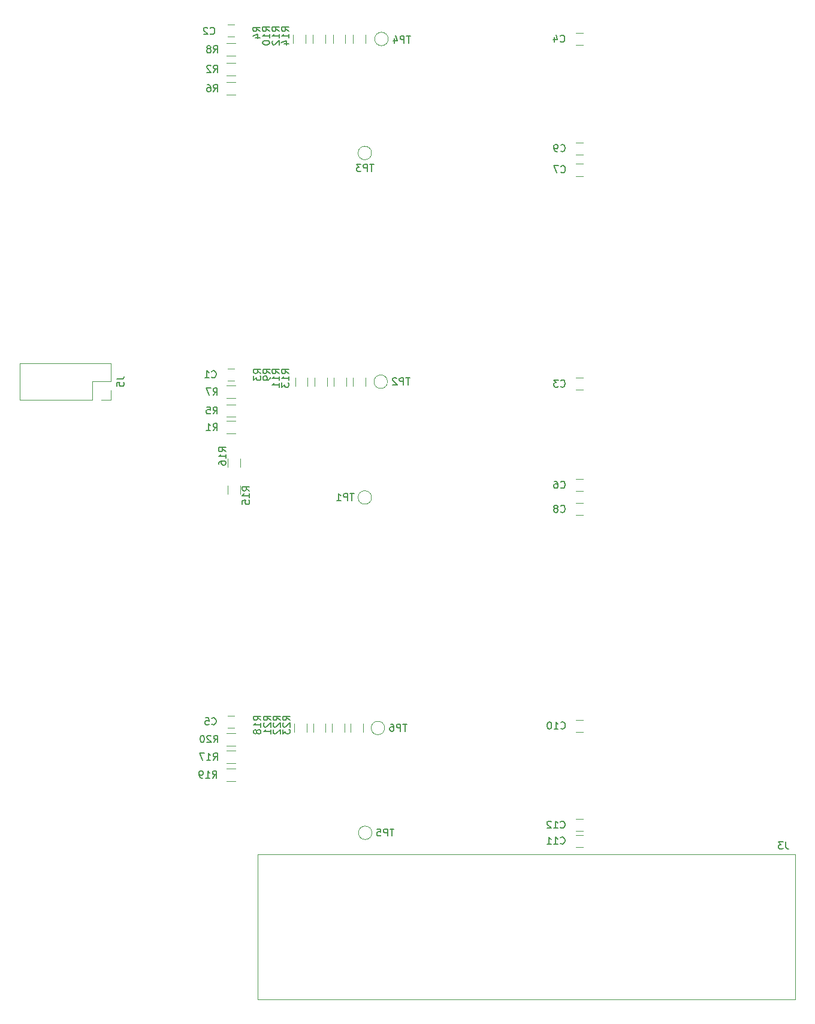
<source format=gbr>
%TF.GenerationSoftware,KiCad,Pcbnew,(5.1.5)-3*%
%TF.CreationDate,2021-10-03T16:15:59+02:00*%
%TF.ProjectId,Backplane PSU,4261636b-706c-4616-9e65-205053552e6b,rev?*%
%TF.SameCoordinates,PX68e7780PYb532b80*%
%TF.FileFunction,Legend,Bot*%
%TF.FilePolarity,Positive*%
%FSLAX46Y46*%
G04 Gerber Fmt 4.6, Leading zero omitted, Abs format (unit mm)*
G04 Created by KiCad (PCBNEW (5.1.5)-3) date 2021-10-03 16:15:59*
%MOMM*%
%LPD*%
G04 APERTURE LIST*
%ADD10C,0.120000*%
%ADD11C,0.075000*%
%ADD12C,0.150000*%
G04 APERTURE END LIST*
D10*
%TO.C,C1*%
X23750000Y77775000D02*
X22750000Y77775000D01*
X22750000Y79475000D02*
X23750000Y79475000D01*
%TO.C,C2*%
X23750000Y126300000D02*
X22750000Y126300000D01*
X22750000Y128000000D02*
X23750000Y128000000D01*
%TO.C,C5*%
X22750000Y30450000D02*
X23750000Y30450000D01*
X23750000Y28750000D02*
X22750000Y28750000D01*
%TO.C,R1*%
X23850000Y72030000D02*
X22650000Y72030000D01*
X22650000Y70270000D02*
X23850000Y70270000D01*
%TO.C,R2*%
X22650000Y120870000D02*
X23850000Y120870000D01*
X23850000Y122630000D02*
X22650000Y122630000D01*
%TO.C,R3*%
X34080000Y77000000D02*
X34080000Y78200000D01*
X32320000Y78200000D02*
X32320000Y77000000D01*
%TO.C,R4*%
X33780000Y125400000D02*
X33780000Y126600000D01*
X32020000Y126600000D02*
X32020000Y125400000D01*
%TO.C,R5*%
X23850000Y74380000D02*
X22650000Y74380000D01*
X22650000Y72620000D02*
X23850000Y72620000D01*
%TO.C,R6*%
X22650000Y118120000D02*
X23850000Y118120000D01*
X23850000Y119880000D02*
X22650000Y119880000D01*
%TO.C,R7*%
X22650000Y75270000D02*
X23850000Y75270000D01*
X23850000Y77030000D02*
X22650000Y77030000D01*
%TO.C,R8*%
X23850000Y125380000D02*
X22650000Y125380000D01*
X22650000Y123620000D02*
X23850000Y123620000D01*
%TO.C,R9*%
X35036250Y78200000D02*
X35036250Y77000000D01*
X36796250Y77000000D02*
X36796250Y78200000D01*
%TO.C,R10*%
X34836250Y126600000D02*
X34836250Y125400000D01*
X36596250Y125400000D02*
X36596250Y126600000D01*
%TO.C,R11*%
X39512500Y77000000D02*
X39512500Y78200000D01*
X37752500Y78200000D02*
X37752500Y77000000D01*
%TO.C,R12*%
X39412500Y125400000D02*
X39412500Y126600000D01*
X37652500Y126600000D02*
X37652500Y125400000D01*
%TO.C,R13*%
X40468750Y78200000D02*
X40468750Y77000000D01*
X42228750Y77000000D02*
X42228750Y78200000D01*
%TO.C,R14*%
X40468750Y126600000D02*
X40468750Y125400000D01*
X42228750Y125400000D02*
X42228750Y126600000D01*
%TO.C,R15*%
X22820000Y62950000D02*
X22820000Y61750000D01*
X24580000Y61750000D02*
X24580000Y62950000D01*
%TO.C,R16*%
X22820000Y66750000D02*
X22820000Y65550000D01*
X24580000Y65550000D02*
X24580000Y66750000D01*
%TO.C,R17*%
X23850000Y25480000D02*
X22650000Y25480000D01*
X22650000Y23720000D02*
X23850000Y23720000D01*
%TO.C,R18*%
X32220000Y29300000D02*
X32220000Y28100000D01*
X33980000Y28100000D02*
X33980000Y29300000D01*
%TO.C,R19*%
X23850000Y22980000D02*
X22650000Y22980000D01*
X22650000Y21220000D02*
X23850000Y21220000D01*
%TO.C,R20*%
X22650000Y26220000D02*
X23850000Y26220000D01*
X23850000Y27980000D02*
X22650000Y27980000D01*
%TO.C,R21*%
X36621250Y28100000D02*
X36621250Y29300000D01*
X34861250Y29300000D02*
X34861250Y28100000D01*
%TO.C,R22*%
X37502500Y29300000D02*
X37502500Y28100000D01*
X39262500Y28100000D02*
X39262500Y29300000D01*
%TO.C,R23*%
X41903750Y28100000D02*
X41903750Y29300000D01*
X40143750Y29300000D02*
X40143750Y28100000D01*
%TO.C,TP1*%
X43100000Y61250000D02*
G75*
G03X43100000Y61250000I-950000J0D01*
G01*
%TO.C,TP2*%
X45350000Y77600000D02*
G75*
G03X45350000Y77600000I-950000J0D01*
G01*
%TO.C,TP3*%
X43100000Y109900000D02*
G75*
G03X43100000Y109900000I-950000J0D01*
G01*
%TO.C,TP4*%
X45450000Y126000000D02*
G75*
G03X45450000Y126000000I-950000J0D01*
G01*
%TO.C,TP5*%
X43150000Y13900000D02*
G75*
G03X43150000Y13900000I-950000J0D01*
G01*
%TO.C,TP6*%
X44950000Y28700000D02*
G75*
G03X44950000Y28700000I-950000J0D01*
G01*
D11*
%TO.C,J3*%
X102975000Y10875000D02*
X102975000Y-9625000D01*
X102975000Y-9625000D02*
X27025000Y-9625000D01*
X27025000Y-9625000D02*
X27025000Y10875000D01*
X102975000Y10875000D02*
X27025000Y10875000D01*
D10*
%TO.C,J5*%
X-6590000Y75020000D02*
X-6590000Y80220000D01*
X3630000Y75020000D02*
X-6590000Y75020000D01*
X6230000Y80220000D02*
X-6590000Y80220000D01*
X3630000Y75020000D02*
X3630000Y77620000D01*
X3630000Y77620000D02*
X6230000Y77620000D01*
X6230000Y77620000D02*
X6230000Y80220000D01*
X4900000Y75020000D02*
X6230000Y75020000D01*
X6230000Y75020000D02*
X6230000Y76350000D01*
%TO.C,C3*%
X73000000Y76450000D02*
X72000000Y76450000D01*
X72000000Y78150000D02*
X73000000Y78150000D01*
%TO.C,C4*%
X73000000Y125150000D02*
X72000000Y125150000D01*
X72000000Y126850000D02*
X73000000Y126850000D01*
%TO.C,C6*%
X72000000Y63850000D02*
X73000000Y63850000D01*
X73000000Y62150000D02*
X72000000Y62150000D01*
%TO.C,C7*%
X72000000Y108350000D02*
X73000000Y108350000D01*
X73000000Y106650000D02*
X72000000Y106650000D01*
%TO.C,C8*%
X73000000Y58750000D02*
X72000000Y58750000D01*
X72000000Y60450000D02*
X73000000Y60450000D01*
%TO.C,C9*%
X72000000Y111350000D02*
X73000000Y111350000D01*
X73000000Y109650000D02*
X72000000Y109650000D01*
%TO.C,C10*%
X73000000Y28150000D02*
X72000000Y28150000D01*
X72000000Y29850000D02*
X73000000Y29850000D01*
%TO.C,C11*%
X73000000Y11900000D02*
X72000000Y11900000D01*
X72000000Y13600000D02*
X73000000Y13600000D01*
%TO.C,C12*%
X72000000Y15850000D02*
X73000000Y15850000D01*
X73000000Y14150000D02*
X72000000Y14150000D01*
%TO.C,C1*%
D12*
X20516666Y78242858D02*
X20564285Y78195239D01*
X20707142Y78147620D01*
X20802380Y78147620D01*
X20945238Y78195239D01*
X21040476Y78290477D01*
X21088095Y78385715D01*
X21135714Y78576191D01*
X21135714Y78719048D01*
X21088095Y78909524D01*
X21040476Y79004762D01*
X20945238Y79100000D01*
X20802380Y79147620D01*
X20707142Y79147620D01*
X20564285Y79100000D01*
X20516666Y79052381D01*
X19564285Y78147620D02*
X20135714Y78147620D01*
X19850000Y78147620D02*
X19850000Y79147620D01*
X19945238Y79004762D01*
X20040476Y78909524D01*
X20135714Y78861905D01*
%TO.C,C2*%
X20316666Y126742858D02*
X20364285Y126695239D01*
X20507142Y126647620D01*
X20602380Y126647620D01*
X20745238Y126695239D01*
X20840476Y126790477D01*
X20888095Y126885715D01*
X20935714Y127076191D01*
X20935714Y127219048D01*
X20888095Y127409524D01*
X20840476Y127504762D01*
X20745238Y127600000D01*
X20602380Y127647620D01*
X20507142Y127647620D01*
X20364285Y127600000D01*
X20316666Y127552381D01*
X19935714Y127552381D02*
X19888095Y127600000D01*
X19792857Y127647620D01*
X19554761Y127647620D01*
X19459523Y127600000D01*
X19411904Y127552381D01*
X19364285Y127457143D01*
X19364285Y127361905D01*
X19411904Y127219048D01*
X19983333Y126647620D01*
X19364285Y126647620D01*
%TO.C,C5*%
X20516666Y29242858D02*
X20564285Y29195239D01*
X20707142Y29147620D01*
X20802380Y29147620D01*
X20945238Y29195239D01*
X21040476Y29290477D01*
X21088095Y29385715D01*
X21135714Y29576191D01*
X21135714Y29719048D01*
X21088095Y29909524D01*
X21040476Y30004762D01*
X20945238Y30100000D01*
X20802380Y30147620D01*
X20707142Y30147620D01*
X20564285Y30100000D01*
X20516666Y30052381D01*
X19611904Y30147620D02*
X20088095Y30147620D01*
X20135714Y29671429D01*
X20088095Y29719048D01*
X19992857Y29766667D01*
X19754761Y29766667D01*
X19659523Y29719048D01*
X19611904Y29671429D01*
X19564285Y29576191D01*
X19564285Y29338096D01*
X19611904Y29242858D01*
X19659523Y29195239D01*
X19754761Y29147620D01*
X19992857Y29147620D01*
X20088095Y29195239D01*
X20135714Y29242858D01*
%TO.C,R1*%
X20716666Y70697620D02*
X21050000Y71173810D01*
X21288095Y70697620D02*
X21288095Y71697620D01*
X20907142Y71697620D01*
X20811904Y71650000D01*
X20764285Y71602381D01*
X20716666Y71507143D01*
X20716666Y71364286D01*
X20764285Y71269048D01*
X20811904Y71221429D01*
X20907142Y71173810D01*
X21288095Y71173810D01*
X19764285Y70697620D02*
X20335714Y70697620D01*
X20050000Y70697620D02*
X20050000Y71697620D01*
X20145238Y71554762D01*
X20240476Y71459524D01*
X20335714Y71411905D01*
%TO.C,R2*%
X20766666Y121297620D02*
X21100000Y121773810D01*
X21338095Y121297620D02*
X21338095Y122297620D01*
X20957142Y122297620D01*
X20861904Y122250000D01*
X20814285Y122202381D01*
X20766666Y122107143D01*
X20766666Y121964286D01*
X20814285Y121869048D01*
X20861904Y121821429D01*
X20957142Y121773810D01*
X21338095Y121773810D01*
X20385714Y122202381D02*
X20338095Y122250000D01*
X20242857Y122297620D01*
X20004761Y122297620D01*
X19909523Y122250000D01*
X19861904Y122202381D01*
X19814285Y122107143D01*
X19814285Y122011905D01*
X19861904Y121869048D01*
X20433333Y121297620D01*
X19814285Y121297620D01*
%TO.C,R3*%
X27452380Y78766667D02*
X26976190Y79100000D01*
X27452380Y79338096D02*
X26452380Y79338096D01*
X26452380Y78957143D01*
X26500000Y78861905D01*
X26547619Y78814286D01*
X26642857Y78766667D01*
X26785714Y78766667D01*
X26880952Y78814286D01*
X26928571Y78861905D01*
X26976190Y78957143D01*
X26976190Y79338096D01*
X26452380Y78433334D02*
X26452380Y77814286D01*
X26833333Y78147620D01*
X26833333Y78004762D01*
X26880952Y77909524D01*
X26928571Y77861905D01*
X27023809Y77814286D01*
X27261904Y77814286D01*
X27357142Y77861905D01*
X27404761Y77909524D01*
X27452380Y78004762D01*
X27452380Y78290477D01*
X27404761Y78385715D01*
X27357142Y78433334D01*
%TO.C,R4*%
X27352380Y127066667D02*
X26876190Y127400000D01*
X27352380Y127638096D02*
X26352380Y127638096D01*
X26352380Y127257143D01*
X26400000Y127161905D01*
X26447619Y127114286D01*
X26542857Y127066667D01*
X26685714Y127066667D01*
X26780952Y127114286D01*
X26828571Y127161905D01*
X26876190Y127257143D01*
X26876190Y127638096D01*
X26685714Y126209524D02*
X27352380Y126209524D01*
X26304761Y126447620D02*
X27019047Y126685715D01*
X27019047Y126066667D01*
%TO.C,R5*%
X20716666Y73047620D02*
X21050000Y73523810D01*
X21288095Y73047620D02*
X21288095Y74047620D01*
X20907142Y74047620D01*
X20811904Y74000000D01*
X20764285Y73952381D01*
X20716666Y73857143D01*
X20716666Y73714286D01*
X20764285Y73619048D01*
X20811904Y73571429D01*
X20907142Y73523810D01*
X21288095Y73523810D01*
X19811904Y74047620D02*
X20288095Y74047620D01*
X20335714Y73571429D01*
X20288095Y73619048D01*
X20192857Y73666667D01*
X19954761Y73666667D01*
X19859523Y73619048D01*
X19811904Y73571429D01*
X19764285Y73476191D01*
X19764285Y73238096D01*
X19811904Y73142858D01*
X19859523Y73095239D01*
X19954761Y73047620D01*
X20192857Y73047620D01*
X20288095Y73095239D01*
X20335714Y73142858D01*
%TO.C,R6*%
X20766666Y118547620D02*
X21100000Y119023810D01*
X21338095Y118547620D02*
X21338095Y119547620D01*
X20957142Y119547620D01*
X20861904Y119500000D01*
X20814285Y119452381D01*
X20766666Y119357143D01*
X20766666Y119214286D01*
X20814285Y119119048D01*
X20861904Y119071429D01*
X20957142Y119023810D01*
X21338095Y119023810D01*
X19909523Y119547620D02*
X20100000Y119547620D01*
X20195238Y119500000D01*
X20242857Y119452381D01*
X20338095Y119309524D01*
X20385714Y119119048D01*
X20385714Y118738096D01*
X20338095Y118642858D01*
X20290476Y118595239D01*
X20195238Y118547620D01*
X20004761Y118547620D01*
X19909523Y118595239D01*
X19861904Y118642858D01*
X19814285Y118738096D01*
X19814285Y118976191D01*
X19861904Y119071429D01*
X19909523Y119119048D01*
X20004761Y119166667D01*
X20195238Y119166667D01*
X20290476Y119119048D01*
X20338095Y119071429D01*
X20385714Y118976191D01*
%TO.C,R7*%
X20716666Y75697620D02*
X21050000Y76173810D01*
X21288095Y75697620D02*
X21288095Y76697620D01*
X20907142Y76697620D01*
X20811904Y76650000D01*
X20764285Y76602381D01*
X20716666Y76507143D01*
X20716666Y76364286D01*
X20764285Y76269048D01*
X20811904Y76221429D01*
X20907142Y76173810D01*
X21288095Y76173810D01*
X20383333Y76697620D02*
X19716666Y76697620D01*
X20145238Y75697620D01*
%TO.C,R8*%
X20766666Y124047620D02*
X21100000Y124523810D01*
X21338095Y124047620D02*
X21338095Y125047620D01*
X20957142Y125047620D01*
X20861904Y125000000D01*
X20814285Y124952381D01*
X20766666Y124857143D01*
X20766666Y124714286D01*
X20814285Y124619048D01*
X20861904Y124571429D01*
X20957142Y124523810D01*
X21338095Y124523810D01*
X20195238Y124619048D02*
X20290476Y124666667D01*
X20338095Y124714286D01*
X20385714Y124809524D01*
X20385714Y124857143D01*
X20338095Y124952381D01*
X20290476Y125000000D01*
X20195238Y125047620D01*
X20004761Y125047620D01*
X19909523Y125000000D01*
X19861904Y124952381D01*
X19814285Y124857143D01*
X19814285Y124809524D01*
X19861904Y124714286D01*
X19909523Y124666667D01*
X20004761Y124619048D01*
X20195238Y124619048D01*
X20290476Y124571429D01*
X20338095Y124523810D01*
X20385714Y124428572D01*
X20385714Y124238096D01*
X20338095Y124142858D01*
X20290476Y124095239D01*
X20195238Y124047620D01*
X20004761Y124047620D01*
X19909523Y124095239D01*
X19861904Y124142858D01*
X19814285Y124238096D01*
X19814285Y124428572D01*
X19861904Y124523810D01*
X19909523Y124571429D01*
X20004761Y124619048D01*
%TO.C,R9*%
X28752380Y78766667D02*
X28276190Y79100000D01*
X28752380Y79338096D02*
X27752380Y79338096D01*
X27752380Y78957143D01*
X27800000Y78861905D01*
X27847619Y78814286D01*
X27942857Y78766667D01*
X28085714Y78766667D01*
X28180952Y78814286D01*
X28228571Y78861905D01*
X28276190Y78957143D01*
X28276190Y79338096D01*
X28752380Y78290477D02*
X28752380Y78100000D01*
X28704761Y78004762D01*
X28657142Y77957143D01*
X28514285Y77861905D01*
X28323809Y77814286D01*
X27942857Y77814286D01*
X27847619Y77861905D01*
X27800000Y77909524D01*
X27752380Y78004762D01*
X27752380Y78195239D01*
X27800000Y78290477D01*
X27847619Y78338096D01*
X27942857Y78385715D01*
X28180952Y78385715D01*
X28276190Y78338096D01*
X28323809Y78290477D01*
X28371428Y78195239D01*
X28371428Y78004762D01*
X28323809Y77909524D01*
X28276190Y77861905D01*
X28180952Y77814286D01*
%TO.C,R10*%
X28702380Y127092858D02*
X28226190Y127426191D01*
X28702380Y127664286D02*
X27702380Y127664286D01*
X27702380Y127283334D01*
X27750000Y127188096D01*
X27797619Y127140477D01*
X27892857Y127092858D01*
X28035714Y127092858D01*
X28130952Y127140477D01*
X28178571Y127188096D01*
X28226190Y127283334D01*
X28226190Y127664286D01*
X28702380Y126140477D02*
X28702380Y126711905D01*
X28702380Y126426191D02*
X27702380Y126426191D01*
X27845238Y126521429D01*
X27940476Y126616667D01*
X27988095Y126711905D01*
X27702380Y125521429D02*
X27702380Y125426191D01*
X27750000Y125330953D01*
X27797619Y125283334D01*
X27892857Y125235715D01*
X28083333Y125188096D01*
X28321428Y125188096D01*
X28511904Y125235715D01*
X28607142Y125283334D01*
X28654761Y125330953D01*
X28702380Y125426191D01*
X28702380Y125521429D01*
X28654761Y125616667D01*
X28607142Y125664286D01*
X28511904Y125711905D01*
X28321428Y125759524D01*
X28083333Y125759524D01*
X27892857Y125711905D01*
X27797619Y125664286D01*
X27750000Y125616667D01*
X27702380Y125521429D01*
%TO.C,R11*%
X30052380Y78742858D02*
X29576190Y79076191D01*
X30052380Y79314286D02*
X29052380Y79314286D01*
X29052380Y78933334D01*
X29100000Y78838096D01*
X29147619Y78790477D01*
X29242857Y78742858D01*
X29385714Y78742858D01*
X29480952Y78790477D01*
X29528571Y78838096D01*
X29576190Y78933334D01*
X29576190Y79314286D01*
X30052380Y77790477D02*
X30052380Y78361905D01*
X30052380Y78076191D02*
X29052380Y78076191D01*
X29195238Y78171429D01*
X29290476Y78266667D01*
X29338095Y78361905D01*
X30052380Y76838096D02*
X30052380Y77409524D01*
X30052380Y77123810D02*
X29052380Y77123810D01*
X29195238Y77219048D01*
X29290476Y77314286D01*
X29338095Y77409524D01*
%TO.C,R12*%
X30052380Y127092858D02*
X29576190Y127426191D01*
X30052380Y127664286D02*
X29052380Y127664286D01*
X29052380Y127283334D01*
X29100000Y127188096D01*
X29147619Y127140477D01*
X29242857Y127092858D01*
X29385714Y127092858D01*
X29480952Y127140477D01*
X29528571Y127188096D01*
X29576190Y127283334D01*
X29576190Y127664286D01*
X30052380Y126140477D02*
X30052380Y126711905D01*
X30052380Y126426191D02*
X29052380Y126426191D01*
X29195238Y126521429D01*
X29290476Y126616667D01*
X29338095Y126711905D01*
X29147619Y125759524D02*
X29100000Y125711905D01*
X29052380Y125616667D01*
X29052380Y125378572D01*
X29100000Y125283334D01*
X29147619Y125235715D01*
X29242857Y125188096D01*
X29338095Y125188096D01*
X29480952Y125235715D01*
X30052380Y125807143D01*
X30052380Y125188096D01*
%TO.C,R13*%
X31402380Y78742858D02*
X30926190Y79076191D01*
X31402380Y79314286D02*
X30402380Y79314286D01*
X30402380Y78933334D01*
X30450000Y78838096D01*
X30497619Y78790477D01*
X30592857Y78742858D01*
X30735714Y78742858D01*
X30830952Y78790477D01*
X30878571Y78838096D01*
X30926190Y78933334D01*
X30926190Y79314286D01*
X31402380Y77790477D02*
X31402380Y78361905D01*
X31402380Y78076191D02*
X30402380Y78076191D01*
X30545238Y78171429D01*
X30640476Y78266667D01*
X30688095Y78361905D01*
X30402380Y77457143D02*
X30402380Y76838096D01*
X30783333Y77171429D01*
X30783333Y77028572D01*
X30830952Y76933334D01*
X30878571Y76885715D01*
X30973809Y76838096D01*
X31211904Y76838096D01*
X31307142Y76885715D01*
X31354761Y76933334D01*
X31402380Y77028572D01*
X31402380Y77314286D01*
X31354761Y77409524D01*
X31307142Y77457143D01*
%TO.C,R14*%
X31402380Y127092858D02*
X30926190Y127426191D01*
X31402380Y127664286D02*
X30402380Y127664286D01*
X30402380Y127283334D01*
X30450000Y127188096D01*
X30497619Y127140477D01*
X30592857Y127092858D01*
X30735714Y127092858D01*
X30830952Y127140477D01*
X30878571Y127188096D01*
X30926190Y127283334D01*
X30926190Y127664286D01*
X31402380Y126140477D02*
X31402380Y126711905D01*
X31402380Y126426191D02*
X30402380Y126426191D01*
X30545238Y126521429D01*
X30640476Y126616667D01*
X30688095Y126711905D01*
X30735714Y125283334D02*
X31402380Y125283334D01*
X30354761Y125521429D02*
X31069047Y125759524D01*
X31069047Y125140477D01*
%TO.C,R15*%
X25852380Y62192858D02*
X25376190Y62526191D01*
X25852380Y62764286D02*
X24852380Y62764286D01*
X24852380Y62383334D01*
X24900000Y62288096D01*
X24947619Y62240477D01*
X25042857Y62192858D01*
X25185714Y62192858D01*
X25280952Y62240477D01*
X25328571Y62288096D01*
X25376190Y62383334D01*
X25376190Y62764286D01*
X25852380Y61240477D02*
X25852380Y61811905D01*
X25852380Y61526191D02*
X24852380Y61526191D01*
X24995238Y61621429D01*
X25090476Y61716667D01*
X25138095Y61811905D01*
X24852380Y60335715D02*
X24852380Y60811905D01*
X25328571Y60859524D01*
X25280952Y60811905D01*
X25233333Y60716667D01*
X25233333Y60478572D01*
X25280952Y60383334D01*
X25328571Y60335715D01*
X25423809Y60288096D01*
X25661904Y60288096D01*
X25757142Y60335715D01*
X25804761Y60383334D01*
X25852380Y60478572D01*
X25852380Y60716667D01*
X25804761Y60811905D01*
X25757142Y60859524D01*
%TO.C,R16*%
X22502380Y67742858D02*
X22026190Y68076191D01*
X22502380Y68314286D02*
X21502380Y68314286D01*
X21502380Y67933334D01*
X21550000Y67838096D01*
X21597619Y67790477D01*
X21692857Y67742858D01*
X21835714Y67742858D01*
X21930952Y67790477D01*
X21978571Y67838096D01*
X22026190Y67933334D01*
X22026190Y68314286D01*
X22502380Y66790477D02*
X22502380Y67361905D01*
X22502380Y67076191D02*
X21502380Y67076191D01*
X21645238Y67171429D01*
X21740476Y67266667D01*
X21788095Y67361905D01*
X21502380Y65933334D02*
X21502380Y66123810D01*
X21550000Y66219048D01*
X21597619Y66266667D01*
X21740476Y66361905D01*
X21930952Y66409524D01*
X22311904Y66409524D01*
X22407142Y66361905D01*
X22454761Y66314286D01*
X22502380Y66219048D01*
X22502380Y66028572D01*
X22454761Y65933334D01*
X22407142Y65885715D01*
X22311904Y65838096D01*
X22073809Y65838096D01*
X21978571Y65885715D01*
X21930952Y65933334D01*
X21883333Y66028572D01*
X21883333Y66219048D01*
X21930952Y66314286D01*
X21978571Y66361905D01*
X22073809Y66409524D01*
%TO.C,R17*%
X20742857Y24147620D02*
X21076190Y24623810D01*
X21314285Y24147620D02*
X21314285Y25147620D01*
X20933333Y25147620D01*
X20838095Y25100000D01*
X20790476Y25052381D01*
X20742857Y24957143D01*
X20742857Y24814286D01*
X20790476Y24719048D01*
X20838095Y24671429D01*
X20933333Y24623810D01*
X21314285Y24623810D01*
X19790476Y24147620D02*
X20361904Y24147620D01*
X20076190Y24147620D02*
X20076190Y25147620D01*
X20171428Y25004762D01*
X20266666Y24909524D01*
X20361904Y24861905D01*
X19457142Y25147620D02*
X18790476Y25147620D01*
X19219047Y24147620D01*
%TO.C,R18*%
X27452380Y29792858D02*
X26976190Y30126191D01*
X27452380Y30364286D02*
X26452380Y30364286D01*
X26452380Y29983334D01*
X26500000Y29888096D01*
X26547619Y29840477D01*
X26642857Y29792858D01*
X26785714Y29792858D01*
X26880952Y29840477D01*
X26928571Y29888096D01*
X26976190Y29983334D01*
X26976190Y30364286D01*
X27452380Y28840477D02*
X27452380Y29411905D01*
X27452380Y29126191D02*
X26452380Y29126191D01*
X26595238Y29221429D01*
X26690476Y29316667D01*
X26738095Y29411905D01*
X26880952Y28269048D02*
X26833333Y28364286D01*
X26785714Y28411905D01*
X26690476Y28459524D01*
X26642857Y28459524D01*
X26547619Y28411905D01*
X26500000Y28364286D01*
X26452380Y28269048D01*
X26452380Y28078572D01*
X26500000Y27983334D01*
X26547619Y27935715D01*
X26642857Y27888096D01*
X26690476Y27888096D01*
X26785714Y27935715D01*
X26833333Y27983334D01*
X26880952Y28078572D01*
X26880952Y28269048D01*
X26928571Y28364286D01*
X26976190Y28411905D01*
X27071428Y28459524D01*
X27261904Y28459524D01*
X27357142Y28411905D01*
X27404761Y28364286D01*
X27452380Y28269048D01*
X27452380Y28078572D01*
X27404761Y27983334D01*
X27357142Y27935715D01*
X27261904Y27888096D01*
X27071428Y27888096D01*
X26976190Y27935715D01*
X26928571Y27983334D01*
X26880952Y28078572D01*
%TO.C,R19*%
X20642857Y21647620D02*
X20976190Y22123810D01*
X21214285Y21647620D02*
X21214285Y22647620D01*
X20833333Y22647620D01*
X20738095Y22600000D01*
X20690476Y22552381D01*
X20642857Y22457143D01*
X20642857Y22314286D01*
X20690476Y22219048D01*
X20738095Y22171429D01*
X20833333Y22123810D01*
X21214285Y22123810D01*
X19690476Y21647620D02*
X20261904Y21647620D01*
X19976190Y21647620D02*
X19976190Y22647620D01*
X20071428Y22504762D01*
X20166666Y22409524D01*
X20261904Y22361905D01*
X19214285Y21647620D02*
X19023809Y21647620D01*
X18928571Y21695239D01*
X18880952Y21742858D01*
X18785714Y21885715D01*
X18738095Y22076191D01*
X18738095Y22457143D01*
X18785714Y22552381D01*
X18833333Y22600000D01*
X18928571Y22647620D01*
X19119047Y22647620D01*
X19214285Y22600000D01*
X19261904Y22552381D01*
X19309523Y22457143D01*
X19309523Y22219048D01*
X19261904Y22123810D01*
X19214285Y22076191D01*
X19119047Y22028572D01*
X18928571Y22028572D01*
X18833333Y22076191D01*
X18785714Y22123810D01*
X18738095Y22219048D01*
%TO.C,R20*%
X20792857Y26647620D02*
X21126190Y27123810D01*
X21364285Y26647620D02*
X21364285Y27647620D01*
X20983333Y27647620D01*
X20888095Y27600000D01*
X20840476Y27552381D01*
X20792857Y27457143D01*
X20792857Y27314286D01*
X20840476Y27219048D01*
X20888095Y27171429D01*
X20983333Y27123810D01*
X21364285Y27123810D01*
X20411904Y27552381D02*
X20364285Y27600000D01*
X20269047Y27647620D01*
X20030952Y27647620D01*
X19935714Y27600000D01*
X19888095Y27552381D01*
X19840476Y27457143D01*
X19840476Y27361905D01*
X19888095Y27219048D01*
X20459523Y26647620D01*
X19840476Y26647620D01*
X19221428Y27647620D02*
X19126190Y27647620D01*
X19030952Y27600000D01*
X18983333Y27552381D01*
X18935714Y27457143D01*
X18888095Y27266667D01*
X18888095Y27028572D01*
X18935714Y26838096D01*
X18983333Y26742858D01*
X19030952Y26695239D01*
X19126190Y26647620D01*
X19221428Y26647620D01*
X19316666Y26695239D01*
X19364285Y26742858D01*
X19411904Y26838096D01*
X19459523Y27028572D01*
X19459523Y27266667D01*
X19411904Y27457143D01*
X19364285Y27552381D01*
X19316666Y27600000D01*
X19221428Y27647620D01*
%TO.C,R21*%
X28852380Y29792858D02*
X28376190Y30126191D01*
X28852380Y30364286D02*
X27852380Y30364286D01*
X27852380Y29983334D01*
X27900000Y29888096D01*
X27947619Y29840477D01*
X28042857Y29792858D01*
X28185714Y29792858D01*
X28280952Y29840477D01*
X28328571Y29888096D01*
X28376190Y29983334D01*
X28376190Y30364286D01*
X27947619Y29411905D02*
X27900000Y29364286D01*
X27852380Y29269048D01*
X27852380Y29030953D01*
X27900000Y28935715D01*
X27947619Y28888096D01*
X28042857Y28840477D01*
X28138095Y28840477D01*
X28280952Y28888096D01*
X28852380Y29459524D01*
X28852380Y28840477D01*
X28852380Y27888096D02*
X28852380Y28459524D01*
X28852380Y28173810D02*
X27852380Y28173810D01*
X27995238Y28269048D01*
X28090476Y28364286D01*
X28138095Y28459524D01*
%TO.C,R22*%
X30202380Y29792858D02*
X29726190Y30126191D01*
X30202380Y30364286D02*
X29202380Y30364286D01*
X29202380Y29983334D01*
X29250000Y29888096D01*
X29297619Y29840477D01*
X29392857Y29792858D01*
X29535714Y29792858D01*
X29630952Y29840477D01*
X29678571Y29888096D01*
X29726190Y29983334D01*
X29726190Y30364286D01*
X29297619Y29411905D02*
X29250000Y29364286D01*
X29202380Y29269048D01*
X29202380Y29030953D01*
X29250000Y28935715D01*
X29297619Y28888096D01*
X29392857Y28840477D01*
X29488095Y28840477D01*
X29630952Y28888096D01*
X30202380Y29459524D01*
X30202380Y28840477D01*
X29297619Y28459524D02*
X29250000Y28411905D01*
X29202380Y28316667D01*
X29202380Y28078572D01*
X29250000Y27983334D01*
X29297619Y27935715D01*
X29392857Y27888096D01*
X29488095Y27888096D01*
X29630952Y27935715D01*
X30202380Y28507143D01*
X30202380Y27888096D01*
%TO.C,R23*%
X31552380Y29792858D02*
X31076190Y30126191D01*
X31552380Y30364286D02*
X30552380Y30364286D01*
X30552380Y29983334D01*
X30600000Y29888096D01*
X30647619Y29840477D01*
X30742857Y29792858D01*
X30885714Y29792858D01*
X30980952Y29840477D01*
X31028571Y29888096D01*
X31076190Y29983334D01*
X31076190Y30364286D01*
X30647619Y29411905D02*
X30600000Y29364286D01*
X30552380Y29269048D01*
X30552380Y29030953D01*
X30600000Y28935715D01*
X30647619Y28888096D01*
X30742857Y28840477D01*
X30838095Y28840477D01*
X30980952Y28888096D01*
X31552380Y29459524D01*
X31552380Y28840477D01*
X30552380Y28507143D02*
X30552380Y27888096D01*
X30933333Y28221429D01*
X30933333Y28078572D01*
X30980952Y27983334D01*
X31028571Y27935715D01*
X31123809Y27888096D01*
X31361904Y27888096D01*
X31457142Y27935715D01*
X31504761Y27983334D01*
X31552380Y28078572D01*
X31552380Y28364286D01*
X31504761Y28459524D01*
X31457142Y28507143D01*
%TO.C,TP1*%
X40611904Y61797620D02*
X40040476Y61797620D01*
X40326190Y60797620D02*
X40326190Y61797620D01*
X39707142Y60797620D02*
X39707142Y61797620D01*
X39326190Y61797620D01*
X39230952Y61750000D01*
X39183333Y61702381D01*
X39135714Y61607143D01*
X39135714Y61464286D01*
X39183333Y61369048D01*
X39230952Y61321429D01*
X39326190Y61273810D01*
X39707142Y61273810D01*
X38183333Y60797620D02*
X38754761Y60797620D01*
X38469047Y60797620D02*
X38469047Y61797620D01*
X38564285Y61654762D01*
X38659523Y61559524D01*
X38754761Y61511905D01*
%TO.C,TP2*%
X48511904Y78147620D02*
X47940476Y78147620D01*
X48226190Y77147620D02*
X48226190Y78147620D01*
X47607142Y77147620D02*
X47607142Y78147620D01*
X47226190Y78147620D01*
X47130952Y78100000D01*
X47083333Y78052381D01*
X47035714Y77957143D01*
X47035714Y77814286D01*
X47083333Y77719048D01*
X47130952Y77671429D01*
X47226190Y77623810D01*
X47607142Y77623810D01*
X46654761Y78052381D02*
X46607142Y78100000D01*
X46511904Y78147620D01*
X46273809Y78147620D01*
X46178571Y78100000D01*
X46130952Y78052381D01*
X46083333Y77957143D01*
X46083333Y77861905D01*
X46130952Y77719048D01*
X46702380Y77147620D01*
X46083333Y77147620D01*
%TO.C,TP3*%
X43411904Y108297620D02*
X42840476Y108297620D01*
X43126190Y107297620D02*
X43126190Y108297620D01*
X42507142Y107297620D02*
X42507142Y108297620D01*
X42126190Y108297620D01*
X42030952Y108250000D01*
X41983333Y108202381D01*
X41935714Y108107143D01*
X41935714Y107964286D01*
X41983333Y107869048D01*
X42030952Y107821429D01*
X42126190Y107773810D01*
X42507142Y107773810D01*
X41602380Y108297620D02*
X40983333Y108297620D01*
X41316666Y107916667D01*
X41173809Y107916667D01*
X41078571Y107869048D01*
X41030952Y107821429D01*
X40983333Y107726191D01*
X40983333Y107488096D01*
X41030952Y107392858D01*
X41078571Y107345239D01*
X41173809Y107297620D01*
X41459523Y107297620D01*
X41554761Y107345239D01*
X41602380Y107392858D01*
%TO.C,TP4*%
X48611904Y126447620D02*
X48040476Y126447620D01*
X48326190Y125447620D02*
X48326190Y126447620D01*
X47707142Y125447620D02*
X47707142Y126447620D01*
X47326190Y126447620D01*
X47230952Y126400000D01*
X47183333Y126352381D01*
X47135714Y126257143D01*
X47135714Y126114286D01*
X47183333Y126019048D01*
X47230952Y125971429D01*
X47326190Y125923810D01*
X47707142Y125923810D01*
X46278571Y126114286D02*
X46278571Y125447620D01*
X46516666Y126495239D02*
X46754761Y125780953D01*
X46135714Y125780953D01*
%TO.C,TP5*%
X46261904Y14447620D02*
X45690476Y14447620D01*
X45976190Y13447620D02*
X45976190Y14447620D01*
X45357142Y13447620D02*
X45357142Y14447620D01*
X44976190Y14447620D01*
X44880952Y14400000D01*
X44833333Y14352381D01*
X44785714Y14257143D01*
X44785714Y14114286D01*
X44833333Y14019048D01*
X44880952Y13971429D01*
X44976190Y13923810D01*
X45357142Y13923810D01*
X43880952Y14447620D02*
X44357142Y14447620D01*
X44404761Y13971429D01*
X44357142Y14019048D01*
X44261904Y14066667D01*
X44023809Y14066667D01*
X43928571Y14019048D01*
X43880952Y13971429D01*
X43833333Y13876191D01*
X43833333Y13638096D01*
X43880952Y13542858D01*
X43928571Y13495239D01*
X44023809Y13447620D01*
X44261904Y13447620D01*
X44357142Y13495239D01*
X44404761Y13542858D01*
%TO.C,TP6*%
X48111904Y29247620D02*
X47540476Y29247620D01*
X47826190Y28247620D02*
X47826190Y29247620D01*
X47207142Y28247620D02*
X47207142Y29247620D01*
X46826190Y29247620D01*
X46730952Y29200000D01*
X46683333Y29152381D01*
X46635714Y29057143D01*
X46635714Y28914286D01*
X46683333Y28819048D01*
X46730952Y28771429D01*
X46826190Y28723810D01*
X47207142Y28723810D01*
X45778571Y29247620D02*
X45969047Y29247620D01*
X46064285Y29200000D01*
X46111904Y29152381D01*
X46207142Y29009524D01*
X46254761Y28819048D01*
X46254761Y28438096D01*
X46207142Y28342858D01*
X46159523Y28295239D01*
X46064285Y28247620D01*
X45873809Y28247620D01*
X45778571Y28295239D01*
X45730952Y28342858D01*
X45683333Y28438096D01*
X45683333Y28676191D01*
X45730952Y28771429D01*
X45778571Y28819048D01*
X45873809Y28866667D01*
X46064285Y28866667D01*
X46159523Y28819048D01*
X46207142Y28771429D01*
X46254761Y28676191D01*
%TO.C,J3*%
X101608333Y12622620D02*
X101608333Y11908334D01*
X101655952Y11765477D01*
X101751190Y11670239D01*
X101894047Y11622620D01*
X101989285Y11622620D01*
X101227380Y12622620D02*
X100608333Y12622620D01*
X100941666Y12241667D01*
X100798809Y12241667D01*
X100703571Y12194048D01*
X100655952Y12146429D01*
X100608333Y12051191D01*
X100608333Y11813096D01*
X100655952Y11717858D01*
X100703571Y11670239D01*
X100798809Y11622620D01*
X101084523Y11622620D01*
X101179761Y11670239D01*
X101227380Y11717858D01*
%TO.C,J5*%
X7102380Y77953334D02*
X7816666Y77953334D01*
X7959523Y78000953D01*
X8054761Y78096191D01*
X8102380Y78239048D01*
X8102380Y78334286D01*
X7102380Y77000953D02*
X7102380Y77477143D01*
X7578571Y77524762D01*
X7530952Y77477143D01*
X7483333Y77381905D01*
X7483333Y77143810D01*
X7530952Y77048572D01*
X7578571Y77000953D01*
X7673809Y76953334D01*
X7911904Y76953334D01*
X8007142Y77000953D01*
X8054761Y77048572D01*
X8102380Y77143810D01*
X8102380Y77381905D01*
X8054761Y77477143D01*
X8007142Y77524762D01*
%TO.C,C3*%
X69816666Y76942858D02*
X69864285Y76895239D01*
X70007142Y76847620D01*
X70102380Y76847620D01*
X70245238Y76895239D01*
X70340476Y76990477D01*
X70388095Y77085715D01*
X70435714Y77276191D01*
X70435714Y77419048D01*
X70388095Y77609524D01*
X70340476Y77704762D01*
X70245238Y77800000D01*
X70102380Y77847620D01*
X70007142Y77847620D01*
X69864285Y77800000D01*
X69816666Y77752381D01*
X69483333Y77847620D02*
X68864285Y77847620D01*
X69197619Y77466667D01*
X69054761Y77466667D01*
X68959523Y77419048D01*
X68911904Y77371429D01*
X68864285Y77276191D01*
X68864285Y77038096D01*
X68911904Y76942858D01*
X68959523Y76895239D01*
X69054761Y76847620D01*
X69340476Y76847620D01*
X69435714Y76895239D01*
X69483333Y76942858D01*
%TO.C,C4*%
X69766666Y125642858D02*
X69814285Y125595239D01*
X69957142Y125547620D01*
X70052380Y125547620D01*
X70195238Y125595239D01*
X70290476Y125690477D01*
X70338095Y125785715D01*
X70385714Y125976191D01*
X70385714Y126119048D01*
X70338095Y126309524D01*
X70290476Y126404762D01*
X70195238Y126500000D01*
X70052380Y126547620D01*
X69957142Y126547620D01*
X69814285Y126500000D01*
X69766666Y126452381D01*
X68909523Y126214286D02*
X68909523Y125547620D01*
X69147619Y126595239D02*
X69385714Y125880953D01*
X68766666Y125880953D01*
%TO.C,C6*%
X69816666Y62642858D02*
X69864285Y62595239D01*
X70007142Y62547620D01*
X70102380Y62547620D01*
X70245238Y62595239D01*
X70340476Y62690477D01*
X70388095Y62785715D01*
X70435714Y62976191D01*
X70435714Y63119048D01*
X70388095Y63309524D01*
X70340476Y63404762D01*
X70245238Y63500000D01*
X70102380Y63547620D01*
X70007142Y63547620D01*
X69864285Y63500000D01*
X69816666Y63452381D01*
X68959523Y63547620D02*
X69150000Y63547620D01*
X69245238Y63500000D01*
X69292857Y63452381D01*
X69388095Y63309524D01*
X69435714Y63119048D01*
X69435714Y62738096D01*
X69388095Y62642858D01*
X69340476Y62595239D01*
X69245238Y62547620D01*
X69054761Y62547620D01*
X68959523Y62595239D01*
X68911904Y62642858D01*
X68864285Y62738096D01*
X68864285Y62976191D01*
X68911904Y63071429D01*
X68959523Y63119048D01*
X69054761Y63166667D01*
X69245238Y63166667D01*
X69340476Y63119048D01*
X69388095Y63071429D01*
X69435714Y62976191D01*
%TO.C,C7*%
X69866666Y107192858D02*
X69914285Y107145239D01*
X70057142Y107097620D01*
X70152380Y107097620D01*
X70295238Y107145239D01*
X70390476Y107240477D01*
X70438095Y107335715D01*
X70485714Y107526191D01*
X70485714Y107669048D01*
X70438095Y107859524D01*
X70390476Y107954762D01*
X70295238Y108050000D01*
X70152380Y108097620D01*
X70057142Y108097620D01*
X69914285Y108050000D01*
X69866666Y108002381D01*
X69533333Y108097620D02*
X68866666Y108097620D01*
X69295238Y107097620D01*
%TO.C,C8*%
X69816666Y59242858D02*
X69864285Y59195239D01*
X70007142Y59147620D01*
X70102380Y59147620D01*
X70245238Y59195239D01*
X70340476Y59290477D01*
X70388095Y59385715D01*
X70435714Y59576191D01*
X70435714Y59719048D01*
X70388095Y59909524D01*
X70340476Y60004762D01*
X70245238Y60100000D01*
X70102380Y60147620D01*
X70007142Y60147620D01*
X69864285Y60100000D01*
X69816666Y60052381D01*
X69245238Y59719048D02*
X69340476Y59766667D01*
X69388095Y59814286D01*
X69435714Y59909524D01*
X69435714Y59957143D01*
X69388095Y60052381D01*
X69340476Y60100000D01*
X69245238Y60147620D01*
X69054761Y60147620D01*
X68959523Y60100000D01*
X68911904Y60052381D01*
X68864285Y59957143D01*
X68864285Y59909524D01*
X68911904Y59814286D01*
X68959523Y59766667D01*
X69054761Y59719048D01*
X69245238Y59719048D01*
X69340476Y59671429D01*
X69388095Y59623810D01*
X69435714Y59528572D01*
X69435714Y59338096D01*
X69388095Y59242858D01*
X69340476Y59195239D01*
X69245238Y59147620D01*
X69054761Y59147620D01*
X68959523Y59195239D01*
X68911904Y59242858D01*
X68864285Y59338096D01*
X68864285Y59528572D01*
X68911904Y59623810D01*
X68959523Y59671429D01*
X69054761Y59719048D01*
%TO.C,C9*%
X69816666Y110192858D02*
X69864285Y110145239D01*
X70007142Y110097620D01*
X70102380Y110097620D01*
X70245238Y110145239D01*
X70340476Y110240477D01*
X70388095Y110335715D01*
X70435714Y110526191D01*
X70435714Y110669048D01*
X70388095Y110859524D01*
X70340476Y110954762D01*
X70245238Y111050000D01*
X70102380Y111097620D01*
X70007142Y111097620D01*
X69864285Y111050000D01*
X69816666Y111002381D01*
X69340476Y110097620D02*
X69150000Y110097620D01*
X69054761Y110145239D01*
X69007142Y110192858D01*
X68911904Y110335715D01*
X68864285Y110526191D01*
X68864285Y110907143D01*
X68911904Y111002381D01*
X68959523Y111050000D01*
X69054761Y111097620D01*
X69245238Y111097620D01*
X69340476Y111050000D01*
X69388095Y111002381D01*
X69435714Y110907143D01*
X69435714Y110669048D01*
X69388095Y110573810D01*
X69340476Y110526191D01*
X69245238Y110478572D01*
X69054761Y110478572D01*
X68959523Y110526191D01*
X68911904Y110573810D01*
X68864285Y110669048D01*
%TO.C,C10*%
X69842857Y28642858D02*
X69890476Y28595239D01*
X70033333Y28547620D01*
X70128571Y28547620D01*
X70271428Y28595239D01*
X70366666Y28690477D01*
X70414285Y28785715D01*
X70461904Y28976191D01*
X70461904Y29119048D01*
X70414285Y29309524D01*
X70366666Y29404762D01*
X70271428Y29500000D01*
X70128571Y29547620D01*
X70033333Y29547620D01*
X69890476Y29500000D01*
X69842857Y29452381D01*
X68890476Y28547620D02*
X69461904Y28547620D01*
X69176190Y28547620D02*
X69176190Y29547620D01*
X69271428Y29404762D01*
X69366666Y29309524D01*
X69461904Y29261905D01*
X68271428Y29547620D02*
X68176190Y29547620D01*
X68080952Y29500000D01*
X68033333Y29452381D01*
X67985714Y29357143D01*
X67938095Y29166667D01*
X67938095Y28928572D01*
X67985714Y28738096D01*
X68033333Y28642858D01*
X68080952Y28595239D01*
X68176190Y28547620D01*
X68271428Y28547620D01*
X68366666Y28595239D01*
X68414285Y28642858D01*
X68461904Y28738096D01*
X68509523Y28928572D01*
X68509523Y29166667D01*
X68461904Y29357143D01*
X68414285Y29452381D01*
X68366666Y29500000D01*
X68271428Y29547620D01*
%TO.C,C11*%
X69792857Y12392858D02*
X69840476Y12345239D01*
X69983333Y12297620D01*
X70078571Y12297620D01*
X70221428Y12345239D01*
X70316666Y12440477D01*
X70364285Y12535715D01*
X70411904Y12726191D01*
X70411904Y12869048D01*
X70364285Y13059524D01*
X70316666Y13154762D01*
X70221428Y13250000D01*
X70078571Y13297620D01*
X69983333Y13297620D01*
X69840476Y13250000D01*
X69792857Y13202381D01*
X68840476Y12297620D02*
X69411904Y12297620D01*
X69126190Y12297620D02*
X69126190Y13297620D01*
X69221428Y13154762D01*
X69316666Y13059524D01*
X69411904Y13011905D01*
X67888095Y12297620D02*
X68459523Y12297620D01*
X68173809Y12297620D02*
X68173809Y13297620D01*
X68269047Y13154762D01*
X68364285Y13059524D01*
X68459523Y13011905D01*
%TO.C,C12*%
X69792857Y14642858D02*
X69840476Y14595239D01*
X69983333Y14547620D01*
X70078571Y14547620D01*
X70221428Y14595239D01*
X70316666Y14690477D01*
X70364285Y14785715D01*
X70411904Y14976191D01*
X70411904Y15119048D01*
X70364285Y15309524D01*
X70316666Y15404762D01*
X70221428Y15500000D01*
X70078571Y15547620D01*
X69983333Y15547620D01*
X69840476Y15500000D01*
X69792857Y15452381D01*
X68840476Y14547620D02*
X69411904Y14547620D01*
X69126190Y14547620D02*
X69126190Y15547620D01*
X69221428Y15404762D01*
X69316666Y15309524D01*
X69411904Y15261905D01*
X68459523Y15452381D02*
X68411904Y15500000D01*
X68316666Y15547620D01*
X68078571Y15547620D01*
X67983333Y15500000D01*
X67935714Y15452381D01*
X67888095Y15357143D01*
X67888095Y15261905D01*
X67935714Y15119048D01*
X68507142Y14547620D01*
X67888095Y14547620D01*
%TD*%
M02*

</source>
